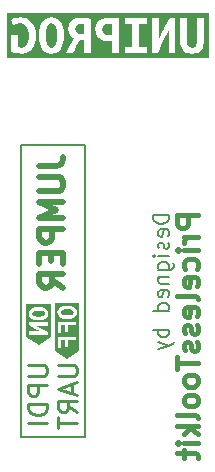
<source format=gbo>
G04 #@! TF.GenerationSoftware,KiCad,Pcbnew,7.0.1*
G04 #@! TF.CreationDate,2023-08-15T21:07:27+02:00*
G04 #@! TF.ProjectId,ESP_PROG,4553505f-5052-44f4-972e-6b696361645f,rev?*
G04 #@! TF.SameCoordinates,Original*
G04 #@! TF.FileFunction,Legend,Bot*
G04 #@! TF.FilePolarity,Positive*
%FSLAX46Y46*%
G04 Gerber Fmt 4.6, Leading zero omitted, Abs format (unit mm)*
G04 Created by KiCad (PCBNEW 7.0.1) date 2023-08-15 21:07:27*
%MOMM*%
%LPD*%
G01*
G04 APERTURE LIST*
%ADD10C,0.150000*%
%ADD11C,0.500000*%
%ADD12C,0.200000*%
%ADD13C,0.400000*%
%ADD14C,0.250000*%
%ADD15C,0.650000*%
%ADD16O,1.000000X2.100000*%
%ADD17O,1.000000X1.600000*%
G04 APERTURE END LIST*
D10*
X45339000Y-52959000D02*
X50800000Y-52959000D01*
X50800000Y-77724000D01*
X45339000Y-77724000D01*
X45339000Y-52959000D01*
D11*
X46931238Y-54753476D02*
X48359809Y-54753476D01*
X48359809Y-54753476D02*
X48645523Y-54658237D01*
X48645523Y-54658237D02*
X48836000Y-54467761D01*
X48836000Y-54467761D02*
X48931238Y-54182047D01*
X48931238Y-54182047D02*
X48931238Y-53991571D01*
X46931238Y-55705857D02*
X48550285Y-55705857D01*
X48550285Y-55705857D02*
X48740761Y-55801095D01*
X48740761Y-55801095D02*
X48836000Y-55896333D01*
X48836000Y-55896333D02*
X48931238Y-56086809D01*
X48931238Y-56086809D02*
X48931238Y-56467762D01*
X48931238Y-56467762D02*
X48836000Y-56658238D01*
X48836000Y-56658238D02*
X48740761Y-56753476D01*
X48740761Y-56753476D02*
X48550285Y-56848714D01*
X48550285Y-56848714D02*
X46931238Y-56848714D01*
X48931238Y-57801095D02*
X46931238Y-57801095D01*
X46931238Y-57801095D02*
X48359809Y-58467762D01*
X48359809Y-58467762D02*
X46931238Y-59134428D01*
X46931238Y-59134428D02*
X48931238Y-59134428D01*
X48931238Y-60086809D02*
X46931238Y-60086809D01*
X46931238Y-60086809D02*
X46931238Y-60848714D01*
X46931238Y-60848714D02*
X47026476Y-61039190D01*
X47026476Y-61039190D02*
X47121714Y-61134428D01*
X47121714Y-61134428D02*
X47312190Y-61229666D01*
X47312190Y-61229666D02*
X47597904Y-61229666D01*
X47597904Y-61229666D02*
X47788380Y-61134428D01*
X47788380Y-61134428D02*
X47883619Y-61039190D01*
X47883619Y-61039190D02*
X47978857Y-60848714D01*
X47978857Y-60848714D02*
X47978857Y-60086809D01*
X47883619Y-62086809D02*
X47883619Y-62753476D01*
X48931238Y-63039190D02*
X48931238Y-62086809D01*
X48931238Y-62086809D02*
X46931238Y-62086809D01*
X46931238Y-62086809D02*
X46931238Y-63039190D01*
X48931238Y-65039190D02*
X47978857Y-64372523D01*
X48931238Y-63896333D02*
X46931238Y-63896333D01*
X46931238Y-63896333D02*
X46931238Y-64658238D01*
X46931238Y-64658238D02*
X47026476Y-64848714D01*
X47026476Y-64848714D02*
X47121714Y-64943952D01*
X47121714Y-64943952D02*
X47312190Y-65039190D01*
X47312190Y-65039190D02*
X47597904Y-65039190D01*
X47597904Y-65039190D02*
X47788380Y-64943952D01*
X47788380Y-64943952D02*
X47883619Y-64848714D01*
X47883619Y-64848714D02*
X47978857Y-64658238D01*
X47978857Y-64658238D02*
X47978857Y-63896333D01*
D12*
X57878404Y-58882667D02*
X56578404Y-58882667D01*
X56578404Y-58882667D02*
X56578404Y-59192191D01*
X56578404Y-59192191D02*
X56640309Y-59377905D01*
X56640309Y-59377905D02*
X56764119Y-59501715D01*
X56764119Y-59501715D02*
X56887928Y-59563620D01*
X56887928Y-59563620D02*
X57135547Y-59625524D01*
X57135547Y-59625524D02*
X57321261Y-59625524D01*
X57321261Y-59625524D02*
X57568880Y-59563620D01*
X57568880Y-59563620D02*
X57692690Y-59501715D01*
X57692690Y-59501715D02*
X57816500Y-59377905D01*
X57816500Y-59377905D02*
X57878404Y-59192191D01*
X57878404Y-59192191D02*
X57878404Y-58882667D01*
X57816500Y-60677905D02*
X57878404Y-60554096D01*
X57878404Y-60554096D02*
X57878404Y-60306477D01*
X57878404Y-60306477D02*
X57816500Y-60182667D01*
X57816500Y-60182667D02*
X57692690Y-60120763D01*
X57692690Y-60120763D02*
X57197452Y-60120763D01*
X57197452Y-60120763D02*
X57073642Y-60182667D01*
X57073642Y-60182667D02*
X57011738Y-60306477D01*
X57011738Y-60306477D02*
X57011738Y-60554096D01*
X57011738Y-60554096D02*
X57073642Y-60677905D01*
X57073642Y-60677905D02*
X57197452Y-60739810D01*
X57197452Y-60739810D02*
X57321261Y-60739810D01*
X57321261Y-60739810D02*
X57445071Y-60120763D01*
X57816500Y-61235049D02*
X57878404Y-61358858D01*
X57878404Y-61358858D02*
X57878404Y-61606477D01*
X57878404Y-61606477D02*
X57816500Y-61730287D01*
X57816500Y-61730287D02*
X57692690Y-61792191D01*
X57692690Y-61792191D02*
X57630785Y-61792191D01*
X57630785Y-61792191D02*
X57506976Y-61730287D01*
X57506976Y-61730287D02*
X57445071Y-61606477D01*
X57445071Y-61606477D02*
X57445071Y-61420763D01*
X57445071Y-61420763D02*
X57383166Y-61296953D01*
X57383166Y-61296953D02*
X57259357Y-61235049D01*
X57259357Y-61235049D02*
X57197452Y-61235049D01*
X57197452Y-61235049D02*
X57073642Y-61296953D01*
X57073642Y-61296953D02*
X57011738Y-61420763D01*
X57011738Y-61420763D02*
X57011738Y-61606477D01*
X57011738Y-61606477D02*
X57073642Y-61730287D01*
X57878404Y-62349334D02*
X57011738Y-62349334D01*
X56578404Y-62349334D02*
X56640309Y-62287430D01*
X56640309Y-62287430D02*
X56702214Y-62349334D01*
X56702214Y-62349334D02*
X56640309Y-62411239D01*
X56640309Y-62411239D02*
X56578404Y-62349334D01*
X56578404Y-62349334D02*
X56702214Y-62349334D01*
X57011738Y-63525525D02*
X58064119Y-63525525D01*
X58064119Y-63525525D02*
X58187928Y-63463620D01*
X58187928Y-63463620D02*
X58249833Y-63401716D01*
X58249833Y-63401716D02*
X58311738Y-63277906D01*
X58311738Y-63277906D02*
X58311738Y-63092192D01*
X58311738Y-63092192D02*
X58249833Y-62968382D01*
X57816500Y-63525525D02*
X57878404Y-63401716D01*
X57878404Y-63401716D02*
X57878404Y-63154097D01*
X57878404Y-63154097D02*
X57816500Y-63030287D01*
X57816500Y-63030287D02*
X57754595Y-62968382D01*
X57754595Y-62968382D02*
X57630785Y-62906478D01*
X57630785Y-62906478D02*
X57259357Y-62906478D01*
X57259357Y-62906478D02*
X57135547Y-62968382D01*
X57135547Y-62968382D02*
X57073642Y-63030287D01*
X57073642Y-63030287D02*
X57011738Y-63154097D01*
X57011738Y-63154097D02*
X57011738Y-63401716D01*
X57011738Y-63401716D02*
X57073642Y-63525525D01*
X57011738Y-64144572D02*
X57878404Y-64144572D01*
X57135547Y-64144572D02*
X57073642Y-64206477D01*
X57073642Y-64206477D02*
X57011738Y-64330287D01*
X57011738Y-64330287D02*
X57011738Y-64516001D01*
X57011738Y-64516001D02*
X57073642Y-64639810D01*
X57073642Y-64639810D02*
X57197452Y-64701715D01*
X57197452Y-64701715D02*
X57878404Y-64701715D01*
X57816500Y-65816000D02*
X57878404Y-65692191D01*
X57878404Y-65692191D02*
X57878404Y-65444572D01*
X57878404Y-65444572D02*
X57816500Y-65320762D01*
X57816500Y-65320762D02*
X57692690Y-65258858D01*
X57692690Y-65258858D02*
X57197452Y-65258858D01*
X57197452Y-65258858D02*
X57073642Y-65320762D01*
X57073642Y-65320762D02*
X57011738Y-65444572D01*
X57011738Y-65444572D02*
X57011738Y-65692191D01*
X57011738Y-65692191D02*
X57073642Y-65816000D01*
X57073642Y-65816000D02*
X57197452Y-65877905D01*
X57197452Y-65877905D02*
X57321261Y-65877905D01*
X57321261Y-65877905D02*
X57445071Y-65258858D01*
X57878404Y-66992191D02*
X56578404Y-66992191D01*
X57816500Y-66992191D02*
X57878404Y-66868382D01*
X57878404Y-66868382D02*
X57878404Y-66620763D01*
X57878404Y-66620763D02*
X57816500Y-66496953D01*
X57816500Y-66496953D02*
X57754595Y-66435048D01*
X57754595Y-66435048D02*
X57630785Y-66373144D01*
X57630785Y-66373144D02*
X57259357Y-66373144D01*
X57259357Y-66373144D02*
X57135547Y-66435048D01*
X57135547Y-66435048D02*
X57073642Y-66496953D01*
X57073642Y-66496953D02*
X57011738Y-66620763D01*
X57011738Y-66620763D02*
X57011738Y-66868382D01*
X57011738Y-66868382D02*
X57073642Y-66992191D01*
X57878404Y-68601714D02*
X56578404Y-68601714D01*
X57073642Y-68601714D02*
X57011738Y-68725524D01*
X57011738Y-68725524D02*
X57011738Y-68973143D01*
X57011738Y-68973143D02*
X57073642Y-69096952D01*
X57073642Y-69096952D02*
X57135547Y-69158857D01*
X57135547Y-69158857D02*
X57259357Y-69220762D01*
X57259357Y-69220762D02*
X57630785Y-69220762D01*
X57630785Y-69220762D02*
X57754595Y-69158857D01*
X57754595Y-69158857D02*
X57816500Y-69096952D01*
X57816500Y-69096952D02*
X57878404Y-68973143D01*
X57878404Y-68973143D02*
X57878404Y-68725524D01*
X57878404Y-68725524D02*
X57816500Y-68601714D01*
X57011738Y-69654095D02*
X57878404Y-69963619D01*
X57011738Y-70273142D02*
X57878404Y-69963619D01*
X57878404Y-69963619D02*
X58187928Y-69839809D01*
X58187928Y-69839809D02*
X58249833Y-69777904D01*
X58249833Y-69777904D02*
X58311738Y-69654095D01*
D13*
X60395714Y-58930857D02*
X58595714Y-58930857D01*
X58595714Y-58930857D02*
X58595714Y-59616571D01*
X58595714Y-59616571D02*
X58681428Y-59788000D01*
X58681428Y-59788000D02*
X58767142Y-59873714D01*
X58767142Y-59873714D02*
X58938571Y-59959428D01*
X58938571Y-59959428D02*
X59195714Y-59959428D01*
X59195714Y-59959428D02*
X59367142Y-59873714D01*
X59367142Y-59873714D02*
X59452857Y-59788000D01*
X59452857Y-59788000D02*
X59538571Y-59616571D01*
X59538571Y-59616571D02*
X59538571Y-58930857D01*
X60395714Y-60730857D02*
X59195714Y-60730857D01*
X59538571Y-60730857D02*
X59367142Y-60816571D01*
X59367142Y-60816571D02*
X59281428Y-60902286D01*
X59281428Y-60902286D02*
X59195714Y-61073714D01*
X59195714Y-61073714D02*
X59195714Y-61245143D01*
X60395714Y-61845143D02*
X59195714Y-61845143D01*
X58595714Y-61845143D02*
X58681428Y-61759429D01*
X58681428Y-61759429D02*
X58767142Y-61845143D01*
X58767142Y-61845143D02*
X58681428Y-61930857D01*
X58681428Y-61930857D02*
X58595714Y-61845143D01*
X58595714Y-61845143D02*
X58767142Y-61845143D01*
X60310000Y-63473715D02*
X60395714Y-63302286D01*
X60395714Y-63302286D02*
X60395714Y-62959429D01*
X60395714Y-62959429D02*
X60310000Y-62788000D01*
X60310000Y-62788000D02*
X60224285Y-62702286D01*
X60224285Y-62702286D02*
X60052857Y-62616572D01*
X60052857Y-62616572D02*
X59538571Y-62616572D01*
X59538571Y-62616572D02*
X59367142Y-62702286D01*
X59367142Y-62702286D02*
X59281428Y-62788000D01*
X59281428Y-62788000D02*
X59195714Y-62959429D01*
X59195714Y-62959429D02*
X59195714Y-63302286D01*
X59195714Y-63302286D02*
X59281428Y-63473715D01*
X60310000Y-64930857D02*
X60395714Y-64759429D01*
X60395714Y-64759429D02*
X60395714Y-64416572D01*
X60395714Y-64416572D02*
X60310000Y-64245143D01*
X60310000Y-64245143D02*
X60138571Y-64159429D01*
X60138571Y-64159429D02*
X59452857Y-64159429D01*
X59452857Y-64159429D02*
X59281428Y-64245143D01*
X59281428Y-64245143D02*
X59195714Y-64416572D01*
X59195714Y-64416572D02*
X59195714Y-64759429D01*
X59195714Y-64759429D02*
X59281428Y-64930857D01*
X59281428Y-64930857D02*
X59452857Y-65016572D01*
X59452857Y-65016572D02*
X59624285Y-65016572D01*
X59624285Y-65016572D02*
X59795714Y-64159429D01*
X60395714Y-66045143D02*
X60310000Y-65873714D01*
X60310000Y-65873714D02*
X60138571Y-65788000D01*
X60138571Y-65788000D02*
X58595714Y-65788000D01*
X60310000Y-67416571D02*
X60395714Y-67245143D01*
X60395714Y-67245143D02*
X60395714Y-66902286D01*
X60395714Y-66902286D02*
X60310000Y-66730857D01*
X60310000Y-66730857D02*
X60138571Y-66645143D01*
X60138571Y-66645143D02*
X59452857Y-66645143D01*
X59452857Y-66645143D02*
X59281428Y-66730857D01*
X59281428Y-66730857D02*
X59195714Y-66902286D01*
X59195714Y-66902286D02*
X59195714Y-67245143D01*
X59195714Y-67245143D02*
X59281428Y-67416571D01*
X59281428Y-67416571D02*
X59452857Y-67502286D01*
X59452857Y-67502286D02*
X59624285Y-67502286D01*
X59624285Y-67502286D02*
X59795714Y-66645143D01*
X60310000Y-68188000D02*
X60395714Y-68359428D01*
X60395714Y-68359428D02*
X60395714Y-68702285D01*
X60395714Y-68702285D02*
X60310000Y-68873714D01*
X60310000Y-68873714D02*
X60138571Y-68959428D01*
X60138571Y-68959428D02*
X60052857Y-68959428D01*
X60052857Y-68959428D02*
X59881428Y-68873714D01*
X59881428Y-68873714D02*
X59795714Y-68702285D01*
X59795714Y-68702285D02*
X59795714Y-68445143D01*
X59795714Y-68445143D02*
X59710000Y-68273714D01*
X59710000Y-68273714D02*
X59538571Y-68188000D01*
X59538571Y-68188000D02*
X59452857Y-68188000D01*
X59452857Y-68188000D02*
X59281428Y-68273714D01*
X59281428Y-68273714D02*
X59195714Y-68445143D01*
X59195714Y-68445143D02*
X59195714Y-68702285D01*
X59195714Y-68702285D02*
X59281428Y-68873714D01*
X60310000Y-69645143D02*
X60395714Y-69816571D01*
X60395714Y-69816571D02*
X60395714Y-70159428D01*
X60395714Y-70159428D02*
X60310000Y-70330857D01*
X60310000Y-70330857D02*
X60138571Y-70416571D01*
X60138571Y-70416571D02*
X60052857Y-70416571D01*
X60052857Y-70416571D02*
X59881428Y-70330857D01*
X59881428Y-70330857D02*
X59795714Y-70159428D01*
X59795714Y-70159428D02*
X59795714Y-69902286D01*
X59795714Y-69902286D02*
X59710000Y-69730857D01*
X59710000Y-69730857D02*
X59538571Y-69645143D01*
X59538571Y-69645143D02*
X59452857Y-69645143D01*
X59452857Y-69645143D02*
X59281428Y-69730857D01*
X59281428Y-69730857D02*
X59195714Y-69902286D01*
X59195714Y-69902286D02*
X59195714Y-70159428D01*
X59195714Y-70159428D02*
X59281428Y-70330857D01*
X58595714Y-70930857D02*
X58595714Y-71959429D01*
X60395714Y-71445143D02*
X58595714Y-71445143D01*
X60395714Y-72816572D02*
X60310000Y-72645143D01*
X60310000Y-72645143D02*
X60224285Y-72559429D01*
X60224285Y-72559429D02*
X60052857Y-72473715D01*
X60052857Y-72473715D02*
X59538571Y-72473715D01*
X59538571Y-72473715D02*
X59367142Y-72559429D01*
X59367142Y-72559429D02*
X59281428Y-72645143D01*
X59281428Y-72645143D02*
X59195714Y-72816572D01*
X59195714Y-72816572D02*
X59195714Y-73073715D01*
X59195714Y-73073715D02*
X59281428Y-73245143D01*
X59281428Y-73245143D02*
X59367142Y-73330858D01*
X59367142Y-73330858D02*
X59538571Y-73416572D01*
X59538571Y-73416572D02*
X60052857Y-73416572D01*
X60052857Y-73416572D02*
X60224285Y-73330858D01*
X60224285Y-73330858D02*
X60310000Y-73245143D01*
X60310000Y-73245143D02*
X60395714Y-73073715D01*
X60395714Y-73073715D02*
X60395714Y-72816572D01*
X60395714Y-74445143D02*
X60310000Y-74273714D01*
X60310000Y-74273714D02*
X60224285Y-74188000D01*
X60224285Y-74188000D02*
X60052857Y-74102286D01*
X60052857Y-74102286D02*
X59538571Y-74102286D01*
X59538571Y-74102286D02*
X59367142Y-74188000D01*
X59367142Y-74188000D02*
X59281428Y-74273714D01*
X59281428Y-74273714D02*
X59195714Y-74445143D01*
X59195714Y-74445143D02*
X59195714Y-74702286D01*
X59195714Y-74702286D02*
X59281428Y-74873714D01*
X59281428Y-74873714D02*
X59367142Y-74959429D01*
X59367142Y-74959429D02*
X59538571Y-75045143D01*
X59538571Y-75045143D02*
X60052857Y-75045143D01*
X60052857Y-75045143D02*
X60224285Y-74959429D01*
X60224285Y-74959429D02*
X60310000Y-74873714D01*
X60310000Y-74873714D02*
X60395714Y-74702286D01*
X60395714Y-74702286D02*
X60395714Y-74445143D01*
X60395714Y-76073714D02*
X60310000Y-75902285D01*
X60310000Y-75902285D02*
X60138571Y-75816571D01*
X60138571Y-75816571D02*
X58595714Y-75816571D01*
X60395714Y-76759428D02*
X58595714Y-76759428D01*
X59710000Y-76930857D02*
X60395714Y-77445142D01*
X59195714Y-77445142D02*
X59881428Y-76759428D01*
X60395714Y-78216571D02*
X59195714Y-78216571D01*
X58595714Y-78216571D02*
X58681428Y-78130857D01*
X58681428Y-78130857D02*
X58767142Y-78216571D01*
X58767142Y-78216571D02*
X58681428Y-78302285D01*
X58681428Y-78302285D02*
X58595714Y-78216571D01*
X58595714Y-78216571D02*
X58767142Y-78216571D01*
X59195714Y-78816571D02*
X59195714Y-79502285D01*
X58595714Y-79073714D02*
X60138571Y-79073714D01*
X60138571Y-79073714D02*
X60310000Y-79159428D01*
X60310000Y-79159428D02*
X60395714Y-79330857D01*
X60395714Y-79330857D02*
X60395714Y-79502285D01*
D14*
X48543190Y-71615619D02*
X49838428Y-71615619D01*
X49838428Y-71615619D02*
X49990809Y-71691809D01*
X49990809Y-71691809D02*
X50067000Y-71768000D01*
X50067000Y-71768000D02*
X50143190Y-71920381D01*
X50143190Y-71920381D02*
X50143190Y-72225143D01*
X50143190Y-72225143D02*
X50067000Y-72377524D01*
X50067000Y-72377524D02*
X49990809Y-72453714D01*
X49990809Y-72453714D02*
X49838428Y-72529905D01*
X49838428Y-72529905D02*
X48543190Y-72529905D01*
X49686047Y-73215618D02*
X49686047Y-73977523D01*
X50143190Y-73063237D02*
X48543190Y-73596571D01*
X48543190Y-73596571D02*
X50143190Y-74129904D01*
X50143190Y-75577524D02*
X49381285Y-75044190D01*
X50143190Y-74663238D02*
X48543190Y-74663238D01*
X48543190Y-74663238D02*
X48543190Y-75272762D01*
X48543190Y-75272762D02*
X48619380Y-75425143D01*
X48619380Y-75425143D02*
X48695571Y-75501333D01*
X48695571Y-75501333D02*
X48847952Y-75577524D01*
X48847952Y-75577524D02*
X49076523Y-75577524D01*
X49076523Y-75577524D02*
X49228904Y-75501333D01*
X49228904Y-75501333D02*
X49305095Y-75425143D01*
X49305095Y-75425143D02*
X49381285Y-75272762D01*
X49381285Y-75272762D02*
X49381285Y-74663238D01*
X48543190Y-76034666D02*
X48543190Y-76948952D01*
X50143190Y-76491809D02*
X48543190Y-76491809D01*
X46003190Y-71602905D02*
X47298428Y-71602905D01*
X47298428Y-71602905D02*
X47450809Y-71679095D01*
X47450809Y-71679095D02*
X47527000Y-71755286D01*
X47527000Y-71755286D02*
X47603190Y-71907667D01*
X47603190Y-71907667D02*
X47603190Y-72212429D01*
X47603190Y-72212429D02*
X47527000Y-72364810D01*
X47527000Y-72364810D02*
X47450809Y-72441000D01*
X47450809Y-72441000D02*
X47298428Y-72517191D01*
X47298428Y-72517191D02*
X46003190Y-72517191D01*
X47603190Y-73279095D02*
X46003190Y-73279095D01*
X46003190Y-73279095D02*
X46003190Y-73888619D01*
X46003190Y-73888619D02*
X46079380Y-74041000D01*
X46079380Y-74041000D02*
X46155571Y-74117190D01*
X46155571Y-74117190D02*
X46307952Y-74193381D01*
X46307952Y-74193381D02*
X46536523Y-74193381D01*
X46536523Y-74193381D02*
X46688904Y-74117190D01*
X46688904Y-74117190D02*
X46765095Y-74041000D01*
X46765095Y-74041000D02*
X46841285Y-73888619D01*
X46841285Y-73888619D02*
X46841285Y-73279095D01*
X47603190Y-74879095D02*
X46003190Y-74879095D01*
X46003190Y-74879095D02*
X46003190Y-75260047D01*
X46003190Y-75260047D02*
X46079380Y-75488619D01*
X46079380Y-75488619D02*
X46231761Y-75641000D01*
X46231761Y-75641000D02*
X46384142Y-75717190D01*
X46384142Y-75717190D02*
X46688904Y-75793381D01*
X46688904Y-75793381D02*
X46917476Y-75793381D01*
X46917476Y-75793381D02*
X47222238Y-75717190D01*
X47222238Y-75717190D02*
X47374619Y-75641000D01*
X47374619Y-75641000D02*
X47527000Y-75488619D01*
X47527000Y-75488619D02*
X47603190Y-75260047D01*
X47603190Y-75260047D02*
X47603190Y-74879095D01*
X47603190Y-76479095D02*
X46003190Y-76479095D01*
G36*
X49386807Y-66885644D02*
G01*
X49490630Y-66892311D01*
X49664620Y-66927871D01*
X49781460Y-67002801D01*
X49824640Y-67132341D01*
X49781460Y-67260611D01*
X49663350Y-67336811D01*
X49489360Y-67372371D01*
X49386490Y-67379039D01*
X49276000Y-67381261D01*
X49165192Y-67379039D01*
X49061370Y-67372371D01*
X48887380Y-67336811D01*
X48770540Y-67261881D01*
X48727360Y-67132341D01*
X48770540Y-67002801D01*
X48888650Y-66927871D01*
X49062640Y-66892311D01*
X49165510Y-66885644D01*
X49276000Y-66883421D01*
X49386807Y-66885644D01*
G37*
G36*
X50308087Y-67134881D02*
G01*
X50308087Y-67927361D01*
X50308087Y-69197361D01*
X50308087Y-70160021D01*
X50308087Y-70371688D01*
X49276000Y-71059746D01*
X48243913Y-70371688D01*
X48243913Y-70160021D01*
X48491140Y-70160021D01*
X48750220Y-70160021D01*
X48750220Y-69509781D01*
X49131220Y-69509781D01*
X49131220Y-70078741D01*
X49390300Y-70078741D01*
X49390300Y-69509781D01*
X50063400Y-69509781D01*
X50063400Y-69197361D01*
X48491140Y-69197361D01*
X48491140Y-70160021D01*
X48243913Y-70160021D01*
X48243913Y-68890021D01*
X48491140Y-68890021D01*
X48750220Y-68890021D01*
X48750220Y-68239781D01*
X49131220Y-68239781D01*
X49131220Y-68808741D01*
X49390300Y-68808741D01*
X49390300Y-68239781D01*
X50063400Y-68239781D01*
X50063400Y-67927361D01*
X48491140Y-67927361D01*
X48491140Y-68890021D01*
X48243913Y-68890021D01*
X48243913Y-67132341D01*
X48455580Y-67132341D01*
X48478581Y-67302239D01*
X48547584Y-67442786D01*
X48662590Y-67553981D01*
X48778557Y-67617322D01*
X48919447Y-67662566D01*
X49085262Y-67689712D01*
X49276000Y-67698761D01*
X49466738Y-67689554D01*
X49632552Y-67661931D01*
X49773443Y-67615894D01*
X49889410Y-67551441D01*
X50004416Y-67439681D01*
X50073419Y-67300828D01*
X50096420Y-67134881D01*
X50073419Y-66964842D01*
X50004416Y-66823872D01*
X49889410Y-66711971D01*
X49773443Y-66648074D01*
X49632552Y-66602434D01*
X49466738Y-66575049D01*
X49276000Y-66565921D01*
X49085262Y-66575287D01*
X48919447Y-66603386D01*
X48778557Y-66650217D01*
X48662590Y-66715781D01*
X48547584Y-66828670D01*
X48478581Y-66967523D01*
X48455580Y-67132341D01*
X48243913Y-67132341D01*
X48243913Y-66565921D01*
X48243913Y-66354254D01*
X50308087Y-66354254D01*
X50308087Y-66565921D01*
X50308087Y-67134881D01*
G37*
G36*
X46973807Y-66997404D02*
G01*
X47077630Y-67004071D01*
X47251620Y-67039631D01*
X47368460Y-67114561D01*
X47411640Y-67244101D01*
X47368460Y-67372371D01*
X47250350Y-67448571D01*
X47076360Y-67484131D01*
X46973490Y-67490799D01*
X46863000Y-67493021D01*
X46752192Y-67490799D01*
X46648370Y-67484131D01*
X46474380Y-67448571D01*
X46357540Y-67373641D01*
X46314360Y-67244101D01*
X46357540Y-67114561D01*
X46475650Y-67039631D01*
X46649640Y-67004071D01*
X46752510Y-66997404D01*
X46863000Y-66995181D01*
X46973807Y-66997404D01*
G37*
G36*
X47895087Y-67246641D02*
G01*
X47895087Y-68780801D01*
X47895087Y-69032261D01*
X47895087Y-69243928D01*
X46863000Y-69931986D01*
X45830913Y-69243928D01*
X45830913Y-69032261D01*
X46078140Y-69032261D01*
X47650400Y-69032261D01*
X47650400Y-68780801D01*
X47476128Y-68707564D01*
X47302138Y-68630094D01*
X47128430Y-68548391D01*
X46954722Y-68462454D01*
X46780732Y-68372284D01*
X46606460Y-68277881D01*
X47650400Y-68277881D01*
X47650400Y-67995941D01*
X46078140Y-67995941D01*
X46078140Y-68247401D01*
X46194662Y-68318521D01*
X46320710Y-68389641D01*
X46451202Y-68459809D01*
X46581060Y-68528071D01*
X46708695Y-68592841D01*
X46832520Y-68652531D01*
X46946820Y-68705554D01*
X47045880Y-68750321D01*
X46078140Y-68750321D01*
X46078140Y-69032261D01*
X45830913Y-69032261D01*
X45830913Y-67244101D01*
X46042580Y-67244101D01*
X46065581Y-67413999D01*
X46134584Y-67554546D01*
X46249590Y-67665741D01*
X46365557Y-67729082D01*
X46506447Y-67774326D01*
X46672262Y-67801472D01*
X46863000Y-67810521D01*
X47053738Y-67801314D01*
X47219552Y-67773691D01*
X47360443Y-67727654D01*
X47476410Y-67663201D01*
X47591416Y-67551441D01*
X47660419Y-67412588D01*
X47683420Y-67246641D01*
X47660419Y-67076602D01*
X47591416Y-66935632D01*
X47476410Y-66823731D01*
X47360443Y-66759834D01*
X47219552Y-66714194D01*
X47053738Y-66686809D01*
X46863000Y-66677681D01*
X46672262Y-66687047D01*
X46506447Y-66715146D01*
X46365557Y-66761977D01*
X46249590Y-66827541D01*
X46134584Y-66940430D01*
X46065581Y-67079283D01*
X46042580Y-67244101D01*
X45830913Y-67244101D01*
X45830913Y-66677681D01*
X45830913Y-66466014D01*
X47895087Y-66466014D01*
X47895087Y-66677681D01*
X47895087Y-67246641D01*
G37*
G36*
X50583306Y-42695019D02*
G01*
X50678556Y-42706925D01*
X50678556Y-43592750D01*
X50549969Y-43592750D01*
X50291603Y-43563580D01*
X50116581Y-43476069D01*
X49983231Y-43145075D01*
X50018950Y-42942669D01*
X50126106Y-42802175D01*
X50291603Y-42720022D01*
X50502344Y-42692637D01*
X50583306Y-42695019D01*
G37*
G36*
X52914550Y-42695019D02*
G01*
X53059806Y-42706925D01*
X53059806Y-43659425D01*
X52821681Y-43659425D01*
X52575222Y-43631445D01*
X52397819Y-43547506D01*
X52290662Y-43395702D01*
X52254944Y-43164125D01*
X52290067Y-42944455D01*
X52395437Y-42799794D01*
X52559148Y-42719427D01*
X52769294Y-42692637D01*
X52914550Y-42695019D01*
G37*
G36*
X48192531Y-42740262D02*
G01*
X48333025Y-42961719D01*
X48399700Y-43287950D01*
X48412202Y-43480831D01*
X48416369Y-43688000D01*
X48412202Y-43895764D01*
X48399700Y-44090431D01*
X48333025Y-44416662D01*
X48192531Y-44635737D01*
X47949644Y-44716700D01*
X47709137Y-44635737D01*
X47566262Y-44414281D01*
X47499587Y-44088050D01*
X47487086Y-43895169D01*
X47482919Y-43688000D01*
X47487086Y-43480236D01*
X47499587Y-43285569D01*
X47566262Y-42959337D01*
X47706756Y-42740262D01*
X47949644Y-42659300D01*
X48192531Y-42740262D01*
G37*
G36*
X56974581Y-45623162D02*
G01*
X56026844Y-45623162D01*
X53059806Y-45623162D01*
X49192656Y-45623162D01*
X47944881Y-45623162D01*
X45425519Y-45623162D01*
X44549219Y-45623162D01*
X44152344Y-45623162D01*
X44152344Y-42364025D01*
X44549219Y-42364025D01*
X44701619Y-42830750D01*
X44958794Y-42711687D01*
X45273119Y-42659300D01*
X45625544Y-42735500D01*
X45861287Y-42947431D01*
X45994637Y-43271281D01*
X46024998Y-43469520D01*
X46035119Y-43688000D01*
X46016598Y-44009469D01*
X45961035Y-44269025D01*
X45868431Y-44466669D01*
X45662453Y-44654192D01*
X45377894Y-44716700D01*
X45263594Y-44711937D01*
X45149294Y-44697650D01*
X45149294Y-43621325D01*
X44563506Y-43621325D01*
X44563506Y-45092937D01*
X44889737Y-45178662D01*
X45134411Y-45214381D01*
X45425519Y-45226287D01*
X45688052Y-45201880D01*
X45923200Y-45128656D01*
X46128583Y-45007212D01*
X46301819Y-44838144D01*
X46441122Y-44621450D01*
X46544706Y-44357131D01*
X46609000Y-44045783D01*
X46630431Y-43688000D01*
X46887606Y-43688000D01*
X46904870Y-44045634D01*
X46956662Y-44356536D01*
X47042983Y-44620706D01*
X47163831Y-44838144D01*
X47373381Y-45053779D01*
X47633731Y-45183160D01*
X47944881Y-45226287D01*
X48263704Y-45183160D01*
X48302081Y-45164375D01*
X49192656Y-45164375D01*
X49807019Y-45164375D01*
X49925486Y-44883983D01*
X50061812Y-44614306D01*
X50212427Y-44348202D01*
X50373756Y-44078525D01*
X50678556Y-44078525D01*
X50678556Y-45164375D01*
X51264344Y-45164375D01*
X51264344Y-43168887D01*
X51654869Y-43168887D01*
X51689529Y-43488769D01*
X51793510Y-43743562D01*
X51966812Y-43933269D01*
X52203615Y-44064237D01*
X52498096Y-44142819D01*
X52850256Y-44169012D01*
X53059806Y-44169012D01*
X53059806Y-45164375D01*
X53645594Y-45164375D01*
X54155181Y-45164375D01*
X56026844Y-45164375D01*
X56503094Y-45164375D01*
X56974581Y-45164375D01*
X57111900Y-44837615D01*
X57257156Y-44511383D01*
X57410350Y-44185681D01*
X57571481Y-43859979D01*
X57740550Y-43533748D01*
X57917556Y-43206987D01*
X57917556Y-45164375D01*
X58446194Y-45164375D01*
X58446194Y-44097575D01*
X58851006Y-44097575D01*
X58862912Y-44342844D01*
X58898631Y-44564300D01*
X58964116Y-44758372D01*
X59065319Y-44921487D01*
X59203431Y-45051861D01*
X59379644Y-45147706D01*
X59598719Y-45206642D01*
X59865419Y-45226287D01*
X60127952Y-45206642D01*
X60344050Y-45147706D01*
X60651231Y-44921487D01*
X60748862Y-44758372D01*
X60813156Y-44564300D01*
X60848875Y-44342844D01*
X60860781Y-44097575D01*
X60860781Y-42216387D01*
X60270231Y-42216387D01*
X60270231Y-44059475D01*
X60251181Y-44371419D01*
X60186887Y-44573825D01*
X60060681Y-44683362D01*
X59855894Y-44716700D01*
X59651106Y-44683362D01*
X59522519Y-44571444D01*
X59455844Y-44366656D01*
X59436794Y-44054712D01*
X59436794Y-42216387D01*
X58851006Y-42216387D01*
X58851006Y-44097575D01*
X58446194Y-44097575D01*
X58446194Y-42216387D01*
X57974706Y-42216387D01*
X57841356Y-42434867D01*
X57708006Y-42671206D01*
X57576442Y-42915880D01*
X57448450Y-43159362D01*
X57327006Y-43398678D01*
X57215087Y-43630850D01*
X57115670Y-43845162D01*
X57031731Y-44030900D01*
X57031731Y-42216387D01*
X56503094Y-42216387D01*
X56503094Y-45164375D01*
X56026844Y-45164375D01*
X56026844Y-44678600D01*
X55383906Y-44678600D01*
X55383906Y-42702162D01*
X56026844Y-42702162D01*
X56026844Y-42216387D01*
X54155181Y-42216387D01*
X54155181Y-42702162D01*
X54793356Y-42702162D01*
X54793356Y-44678600D01*
X54155181Y-44678600D01*
X54155181Y-45164375D01*
X53645594Y-45164375D01*
X53645594Y-42254487D01*
X53452712Y-42221150D01*
X53236019Y-42199719D01*
X53021706Y-42187812D01*
X52835969Y-42183050D01*
X52489365Y-42208715D01*
X52198852Y-42285708D01*
X51964431Y-42414031D01*
X51792452Y-42600562D01*
X51689265Y-42852181D01*
X51654869Y-43168887D01*
X51264344Y-43168887D01*
X51264344Y-42259250D01*
X51076225Y-42223531D01*
X50869056Y-42199719D01*
X50669031Y-42187812D01*
X50502344Y-42183050D01*
X50261837Y-42197337D01*
X50045144Y-42240200D01*
X49854644Y-42312828D01*
X49692719Y-42416412D01*
X49466500Y-42718831D01*
X49407564Y-42918261D01*
X49387919Y-43149837D01*
X49414112Y-43395106D01*
X49492694Y-43616562D01*
X49631997Y-43801109D01*
X49840356Y-43935650D01*
X49668906Y-44209494D01*
X49492694Y-44523819D01*
X49328387Y-44852431D01*
X49192656Y-45164375D01*
X48302081Y-45164375D01*
X48528023Y-45053779D01*
X48737837Y-44838144D01*
X48857644Y-44620706D01*
X48943220Y-44356536D01*
X48994566Y-44045634D01*
X49011681Y-43688000D01*
X48994120Y-43330366D01*
X48941434Y-43019464D01*
X48853626Y-42755294D01*
X48730694Y-42537856D01*
X48519027Y-42322221D01*
X48258677Y-42192840D01*
X47949644Y-42149712D01*
X47631085Y-42192840D01*
X47367560Y-42322221D01*
X47159069Y-42537856D01*
X47040304Y-42755294D01*
X46955472Y-43019464D01*
X46904573Y-43330366D01*
X46887606Y-43688000D01*
X46630431Y-43688000D01*
X46605428Y-43333789D01*
X46530419Y-43023631D01*
X46412547Y-42758717D01*
X46258956Y-42540237D01*
X46072028Y-42369383D01*
X45854144Y-42247344D01*
X45612447Y-42174120D01*
X45354081Y-42149712D01*
X45046900Y-42175906D01*
X44811156Y-42235437D01*
X44646850Y-42306875D01*
X44549219Y-42364025D01*
X44152344Y-42364025D01*
X44152344Y-41752837D01*
X44549219Y-41752837D01*
X60860781Y-41752837D01*
X61257656Y-41752837D01*
X61257656Y-45623162D01*
X60860781Y-45623162D01*
X59865419Y-45623162D01*
X56974581Y-45623162D01*
G37*
%LPC*%
D15*
X55595000Y-33715000D03*
X49815000Y-33715000D03*
D16*
X57025000Y-34245000D03*
D17*
X57025000Y-30065000D03*
D16*
X48385000Y-34245000D03*
D17*
X48385000Y-30065000D03*
M02*

</source>
